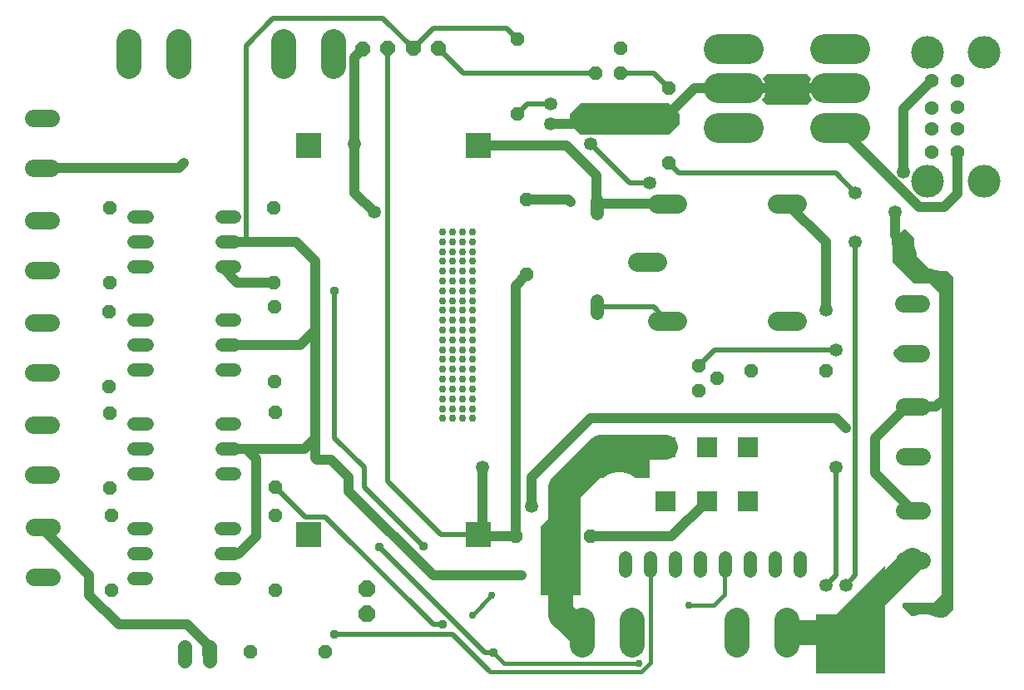
<source format=gbr>
G04 EAGLE Gerber X2 export*
%TF.Part,Single*%
%TF.FileFunction,Copper,L2,Bot,Mixed*%
%TF.FilePolarity,Positive*%
%TF.GenerationSoftware,Autodesk,EAGLE,8.7.0*%
%TF.CreationDate,2019-01-30T20:44:03Z*%
G75*
%MOMM*%
%FSLAX34Y34*%
%LPD*%
%AMOC8*
5,1,8,0,0,1.08239X$1,22.5*%
G01*
%ADD10P,1.632244X8X292.500000*%
%ADD11C,1.790700*%
%ADD12C,1.320800*%
%ADD13C,2.540000*%
%ADD14C,1.981200*%
%ADD15P,1.814519X8X112.500000*%
%ADD16R,2.100000X2.100000*%
%ADD17P,1.429621X8X112.500000*%
%ADD18P,1.429621X8X292.500000*%
%ADD19P,1.429621X8X22.500000*%
%ADD20C,3.009900*%
%ADD21C,3.327400*%
%ADD22C,1.428000*%
%ADD23C,1.422400*%
%ADD24R,2.500000X2.500000*%
%ADD25C,0.756400*%
%ADD26C,1.016000*%
%ADD27C,0.508000*%
%ADD28C,1.350000*%
%ADD29C,0.956400*%
%ADD30C,0.406400*%

G36*
X600050Y89631D02*
X600050Y89631D01*
X600101Y89633D01*
X600133Y89651D01*
X600169Y89659D01*
X600208Y89692D01*
X600253Y89716D01*
X600274Y89746D01*
X600302Y89769D01*
X600323Y89816D01*
X600353Y89858D01*
X600361Y89900D01*
X600373Y89928D01*
X600372Y89958D01*
X600380Y90000D01*
X600380Y189843D01*
X620158Y209620D01*
X622980Y209620D01*
X623054Y209637D01*
X623128Y209650D01*
X623139Y209657D01*
X623148Y209659D01*
X623177Y209683D01*
X623248Y209731D01*
X624051Y210534D01*
X629788Y213846D01*
X636187Y215561D01*
X642813Y215561D01*
X649212Y213846D01*
X654949Y210534D01*
X655752Y209731D01*
X655816Y209691D01*
X655878Y209647D01*
X655890Y209645D01*
X655899Y209640D01*
X655936Y209636D01*
X656020Y209620D01*
X670000Y209620D01*
X670050Y209631D01*
X670101Y209633D01*
X670133Y209651D01*
X670169Y209659D01*
X670208Y209692D01*
X670253Y209716D01*
X670274Y209746D01*
X670302Y209769D01*
X670323Y209816D01*
X670353Y209858D01*
X670361Y209900D01*
X670373Y209928D01*
X670372Y209958D01*
X670380Y210000D01*
X670380Y250000D01*
X670369Y250050D01*
X670367Y250101D01*
X670349Y250133D01*
X670341Y250169D01*
X670308Y250208D01*
X670284Y250253D01*
X670254Y250274D01*
X670231Y250302D01*
X670184Y250323D01*
X670142Y250353D01*
X670100Y250361D01*
X670072Y250373D01*
X670042Y250372D01*
X670000Y250380D01*
X630000Y250380D01*
X629942Y250367D01*
X629884Y250362D01*
X629855Y250346D01*
X629831Y250341D01*
X629804Y250318D01*
X629757Y250292D01*
X569757Y200292D01*
X569753Y200287D01*
X569747Y200284D01*
X569701Y200218D01*
X569652Y200154D01*
X569651Y200148D01*
X569647Y200142D01*
X569620Y200000D01*
X569620Y170158D01*
X559731Y160269D01*
X559691Y160204D01*
X559647Y160142D01*
X559645Y160130D01*
X559640Y160122D01*
X559636Y160085D01*
X559628Y160040D01*
X559627Y160038D01*
X559627Y160036D01*
X559620Y160000D01*
X559620Y90000D01*
X559631Y89950D01*
X559633Y89899D01*
X559651Y89867D01*
X559659Y89831D01*
X559692Y89792D01*
X559716Y89747D01*
X559746Y89726D01*
X559769Y89698D01*
X559816Y89677D01*
X559858Y89647D01*
X559900Y89639D01*
X559928Y89627D01*
X559958Y89628D01*
X560000Y89620D01*
X600000Y89620D01*
X600050Y89631D01*
G37*
G36*
X970164Y67475D02*
X970164Y67475D01*
X970328Y67482D01*
X970388Y67495D01*
X970449Y67501D01*
X970607Y67544D01*
X970768Y67580D01*
X970824Y67603D01*
X970883Y67619D01*
X971031Y67690D01*
X971183Y67753D01*
X971235Y67786D01*
X971290Y67813D01*
X971423Y67908D01*
X971561Y67998D01*
X971619Y68049D01*
X971656Y68075D01*
X971698Y68118D01*
X971796Y68204D01*
X979096Y75504D01*
X979201Y75631D01*
X979313Y75752D01*
X979345Y75803D01*
X979384Y75850D01*
X979466Y75993D01*
X979554Y76131D01*
X979578Y76188D01*
X979608Y76241D01*
X979663Y76396D01*
X979725Y76548D01*
X979738Y76608D01*
X979759Y76665D01*
X979785Y76827D01*
X979820Y76988D01*
X979825Y77065D01*
X979832Y77109D01*
X979831Y77170D01*
X979839Y77300D01*
X979839Y412700D01*
X979825Y412864D01*
X979818Y413028D01*
X979805Y413088D01*
X979799Y413148D01*
X979756Y413307D01*
X979720Y413468D01*
X979697Y413524D01*
X979681Y413583D01*
X979610Y413731D01*
X979547Y413883D01*
X979514Y413935D01*
X979487Y413989D01*
X979392Y414123D01*
X979302Y414261D01*
X979251Y414319D01*
X979225Y414356D01*
X979182Y414398D01*
X979096Y414496D01*
X974496Y419096D01*
X974369Y419201D01*
X974248Y419313D01*
X974197Y419345D01*
X974150Y419384D01*
X974007Y419466D01*
X973869Y419554D01*
X973812Y419578D01*
X973759Y419608D01*
X973604Y419663D01*
X973452Y419725D01*
X973392Y419738D01*
X973335Y419759D01*
X973173Y419785D01*
X973012Y419820D01*
X972935Y419825D01*
X972891Y419832D01*
X972830Y419831D01*
X972700Y419839D01*
X966029Y419839D01*
X958358Y421895D01*
X957831Y422199D01*
X957779Y422223D01*
X957730Y422254D01*
X957575Y422318D01*
X957423Y422389D01*
X957367Y422403D01*
X957314Y422425D01*
X957150Y422461D01*
X956987Y422503D01*
X956930Y422508D01*
X956873Y422520D01*
X956562Y422539D01*
X951052Y422539D01*
X942539Y431052D01*
X942539Y436562D01*
X942534Y436619D01*
X942537Y436677D01*
X942514Y436843D01*
X942499Y437010D01*
X942484Y437066D01*
X942476Y437123D01*
X942425Y437283D01*
X942381Y437444D01*
X942356Y437497D01*
X942338Y437552D01*
X942199Y437831D01*
X941895Y438358D01*
X939839Y446029D01*
X939839Y452700D01*
X939825Y452864D01*
X939818Y453028D01*
X939805Y453088D01*
X939799Y453148D01*
X939756Y453307D01*
X939720Y453468D01*
X939697Y453524D01*
X939681Y453583D01*
X939610Y453731D01*
X939547Y453883D01*
X939514Y453935D01*
X939487Y453989D01*
X939392Y454123D01*
X939302Y454261D01*
X939251Y454319D01*
X939225Y454356D01*
X939182Y454398D01*
X939096Y454496D01*
X931796Y461796D01*
X931769Y461818D01*
X931746Y461844D01*
X931597Y461961D01*
X931450Y462084D01*
X931420Y462102D01*
X931393Y462123D01*
X931225Y462213D01*
X931059Y462308D01*
X931027Y462319D01*
X930996Y462336D01*
X930815Y462395D01*
X930635Y462459D01*
X930601Y462464D01*
X930568Y462475D01*
X930379Y462501D01*
X930191Y462532D01*
X930156Y462532D01*
X930122Y462536D01*
X929931Y462529D01*
X929741Y462526D01*
X929706Y462519D01*
X929672Y462518D01*
X929486Y462477D01*
X929298Y462440D01*
X929266Y462428D01*
X929232Y462420D01*
X929056Y462347D01*
X928878Y462278D01*
X928849Y462260D01*
X928817Y462247D01*
X928657Y462143D01*
X928494Y462044D01*
X928468Y462021D01*
X928439Y462002D01*
X928204Y461796D01*
X918204Y451796D01*
X918099Y451669D01*
X917988Y451548D01*
X917955Y451497D01*
X917916Y451450D01*
X917834Y451307D01*
X917746Y451169D01*
X917722Y451112D01*
X917692Y451059D01*
X917637Y450904D01*
X917575Y450752D01*
X917562Y450692D01*
X917541Y450635D01*
X917515Y450473D01*
X917480Y450312D01*
X917475Y450235D01*
X917468Y450191D01*
X917469Y450130D01*
X917461Y450000D01*
X917461Y430000D01*
X917475Y429836D01*
X917482Y429672D01*
X917495Y429612D01*
X917501Y429552D01*
X917544Y429393D01*
X917580Y429232D01*
X917603Y429176D01*
X917619Y429117D01*
X917690Y428969D01*
X917753Y428817D01*
X917786Y428765D01*
X917813Y428711D01*
X917908Y428577D01*
X917998Y428439D01*
X918049Y428381D01*
X918075Y428344D01*
X918118Y428302D01*
X918204Y428204D01*
X938204Y408204D01*
X938331Y408099D01*
X938452Y407988D01*
X938503Y407955D01*
X938550Y407916D01*
X938693Y407834D01*
X938831Y407746D01*
X938888Y407722D01*
X938941Y407692D01*
X939096Y407637D01*
X939248Y407575D01*
X939308Y407562D01*
X939365Y407541D01*
X939527Y407515D01*
X939688Y407480D01*
X939765Y407475D01*
X939809Y407468D01*
X939870Y407469D01*
X940000Y407461D01*
X958948Y407461D01*
X967461Y398948D01*
X967461Y91052D01*
X958948Y82539D01*
X930000Y82539D01*
X929871Y82528D01*
X929741Y82526D01*
X929647Y82508D01*
X929552Y82499D01*
X929426Y82465D01*
X929298Y82440D01*
X929209Y82406D01*
X929117Y82381D01*
X929000Y82325D01*
X928878Y82278D01*
X928797Y82228D01*
X928711Y82187D01*
X928605Y82112D01*
X928494Y82044D01*
X928422Y81981D01*
X928344Y81925D01*
X928254Y81832D01*
X928156Y81746D01*
X928097Y81671D01*
X928030Y81603D01*
X927958Y81495D01*
X927877Y81393D01*
X927832Y81309D01*
X927778Y81230D01*
X927726Y81111D01*
X927664Y80996D01*
X927635Y80905D01*
X927596Y80818D01*
X927565Y80691D01*
X927525Y80568D01*
X927512Y80473D01*
X927489Y80380D01*
X927481Y80251D01*
X927464Y80122D01*
X927468Y80026D01*
X927462Y79931D01*
X927477Y79802D01*
X927482Y79672D01*
X927503Y79579D01*
X927514Y79484D01*
X927551Y79359D01*
X927580Y79232D01*
X927616Y79144D01*
X927644Y79053D01*
X927703Y78937D01*
X927753Y78817D01*
X927805Y78737D01*
X927848Y78651D01*
X927927Y78548D01*
X927998Y78439D01*
X928084Y78341D01*
X928120Y78293D01*
X928153Y78262D01*
X928204Y78204D01*
X937279Y69130D01*
X937314Y69101D01*
X937345Y69066D01*
X937486Y68957D01*
X937624Y68841D01*
X937664Y68819D01*
X937700Y68790D01*
X937859Y68707D01*
X938015Y68618D01*
X938058Y68603D01*
X938099Y68581D01*
X938270Y68527D01*
X938439Y68467D01*
X938485Y68460D01*
X938529Y68446D01*
X938707Y68423D01*
X938883Y68394D01*
X938929Y68394D01*
X938975Y68389D01*
X939154Y68398D01*
X939334Y68400D01*
X939379Y68409D01*
X939425Y68411D01*
X939731Y68473D01*
X946029Y70161D01*
X953971Y70161D01*
X961642Y68105D01*
X962169Y67801D01*
X962221Y67777D01*
X962270Y67746D01*
X962425Y67682D01*
X962577Y67611D01*
X962633Y67597D01*
X962686Y67575D01*
X962850Y67539D01*
X963013Y67497D01*
X963070Y67492D01*
X963127Y67480D01*
X963438Y67461D01*
X970000Y67461D01*
X970164Y67475D01*
G37*
G36*
X910050Y10172D02*
X910050Y10172D01*
X910101Y10174D01*
X910133Y10192D01*
X910169Y10200D01*
X910208Y10233D01*
X910253Y10257D01*
X910274Y10287D01*
X910302Y10310D01*
X910323Y10357D01*
X910353Y10399D01*
X910361Y10441D01*
X910373Y10469D01*
X910372Y10499D01*
X910380Y10541D01*
X910380Y120000D01*
X910374Y120025D01*
X910377Y120051D01*
X910355Y120109D01*
X910341Y120169D01*
X910324Y120189D01*
X910315Y120213D01*
X910270Y120255D01*
X910231Y120302D01*
X910207Y120313D01*
X910188Y120330D01*
X910129Y120348D01*
X910072Y120373D01*
X910047Y120372D01*
X910022Y120380D01*
X909961Y120369D01*
X909899Y120367D01*
X909877Y120354D01*
X909851Y120350D01*
X909780Y120302D01*
X909747Y120284D01*
X909741Y120276D01*
X909731Y120269D01*
X859843Y70380D01*
X840000Y70380D01*
X839950Y70369D01*
X839899Y70367D01*
X839867Y70349D01*
X839831Y70341D01*
X839792Y70308D01*
X839747Y70284D01*
X839726Y70254D01*
X839698Y70231D01*
X839677Y70184D01*
X839647Y70142D01*
X839639Y70100D01*
X839627Y70072D01*
X839628Y70042D01*
X839620Y70000D01*
X839620Y10541D01*
X839631Y10491D01*
X839633Y10440D01*
X839651Y10408D01*
X839659Y10372D01*
X839692Y10333D01*
X839716Y10288D01*
X839746Y10267D01*
X839769Y10239D01*
X839816Y10218D01*
X839858Y10188D01*
X839900Y10180D01*
X839928Y10168D01*
X839958Y10169D01*
X840000Y10161D01*
X910000Y10161D01*
X910050Y10172D01*
G37*
G36*
X690090Y559254D02*
X690090Y559254D01*
X690181Y559261D01*
X690211Y559273D01*
X690243Y559279D01*
X690323Y559321D01*
X690407Y559357D01*
X690439Y559383D01*
X690460Y559394D01*
X690482Y559417D01*
X690538Y559462D01*
X700538Y569462D01*
X700591Y569536D01*
X700651Y569605D01*
X700663Y569635D01*
X700682Y569661D01*
X700709Y569748D01*
X700743Y569833D01*
X700747Y569874D01*
X700754Y569897D01*
X700753Y569929D01*
X700761Y570000D01*
X700761Y580000D01*
X700747Y580090D01*
X700739Y580181D01*
X700727Y580211D01*
X700722Y580243D01*
X700679Y580323D01*
X700643Y580407D01*
X700617Y580439D01*
X700606Y580460D01*
X700583Y580482D01*
X700538Y580538D01*
X690538Y590538D01*
X690464Y590591D01*
X690395Y590651D01*
X690365Y590663D01*
X690339Y590682D01*
X690252Y590709D01*
X690167Y590743D01*
X690126Y590747D01*
X690103Y590754D01*
X690071Y590753D01*
X690000Y590761D01*
X600000Y590761D01*
X599910Y590747D01*
X599819Y590739D01*
X599789Y590727D01*
X599757Y590722D01*
X599677Y590679D01*
X599593Y590643D01*
X599561Y590617D01*
X599540Y590606D01*
X599518Y590583D01*
X599462Y590538D01*
X589462Y580538D01*
X589409Y580464D01*
X589349Y580395D01*
X589337Y580365D01*
X589318Y580339D01*
X589291Y580252D01*
X589257Y580167D01*
X589253Y580126D01*
X589246Y580103D01*
X589247Y580071D01*
X589239Y580000D01*
X589239Y570000D01*
X589254Y569910D01*
X589261Y569819D01*
X589273Y569789D01*
X589279Y569757D01*
X589321Y569677D01*
X589357Y569593D01*
X589383Y569561D01*
X589394Y569540D01*
X589417Y569518D01*
X589462Y569462D01*
X599462Y559462D01*
X599536Y559409D01*
X599605Y559349D01*
X599635Y559337D01*
X599661Y559318D01*
X599748Y559291D01*
X599833Y559257D01*
X599874Y559253D01*
X599897Y559246D01*
X599929Y559247D01*
X600000Y559239D01*
X690000Y559239D01*
X690090Y559254D01*
G37*
G36*
X830090Y589254D02*
X830090Y589254D01*
X830181Y589261D01*
X830211Y589273D01*
X830243Y589279D01*
X830323Y589321D01*
X830407Y589357D01*
X830439Y589383D01*
X830460Y589394D01*
X830482Y589417D01*
X830538Y589462D01*
X835402Y594326D01*
X835457Y594401D01*
X835517Y594473D01*
X835528Y594501D01*
X835546Y594525D01*
X835573Y594614D01*
X835608Y594701D01*
X835609Y594732D01*
X835618Y594760D01*
X835616Y594854D01*
X835621Y594947D01*
X835613Y594976D01*
X835612Y595006D01*
X835580Y595094D01*
X835555Y595184D01*
X835535Y595217D01*
X835527Y595237D01*
X835507Y595263D01*
X835468Y595327D01*
X834793Y596207D01*
X833640Y598203D01*
X832758Y600334D01*
X832161Y602561D01*
X831909Y604477D01*
X840000Y604477D01*
X840020Y604480D01*
X840039Y604478D01*
X840141Y604500D01*
X840243Y604517D01*
X840260Y604526D01*
X840280Y604530D01*
X840369Y604583D01*
X840460Y604632D01*
X840474Y604646D01*
X840491Y604656D01*
X840558Y604735D01*
X840630Y604810D01*
X840638Y604828D01*
X840651Y604843D01*
X840690Y604939D01*
X840733Y605033D01*
X840735Y605053D01*
X840743Y605071D01*
X840761Y605238D01*
X840761Y606762D01*
X840759Y606776D01*
X840760Y606787D01*
X840759Y606792D01*
X840760Y606801D01*
X840738Y606903D01*
X840722Y607005D01*
X840712Y607022D01*
X840708Y607042D01*
X840655Y607131D01*
X840606Y607222D01*
X840592Y607236D01*
X840582Y607253D01*
X840503Y607320D01*
X840428Y607391D01*
X840410Y607400D01*
X840395Y607413D01*
X840299Y607452D01*
X840205Y607495D01*
X840185Y607497D01*
X840167Y607505D01*
X840000Y607523D01*
X831909Y607523D01*
X832161Y609439D01*
X832758Y611666D01*
X833640Y613797D01*
X834681Y615598D01*
X834696Y615639D01*
X834720Y615676D01*
X834739Y615754D01*
X834767Y615828D01*
X834769Y615872D01*
X834780Y615915D01*
X834774Y615994D01*
X834777Y616074D01*
X834764Y616116D01*
X834761Y616160D01*
X834729Y616233D01*
X834707Y616310D01*
X834681Y616346D01*
X834664Y616386D01*
X834573Y616500D01*
X834565Y616511D01*
X834563Y616513D01*
X834560Y616517D01*
X830538Y620538D01*
X830464Y620591D01*
X830395Y620651D01*
X830365Y620663D01*
X830339Y620682D01*
X830252Y620709D01*
X830167Y620743D01*
X830126Y620747D01*
X830103Y620754D01*
X830071Y620753D01*
X830000Y620761D01*
X790000Y620761D01*
X789910Y620747D01*
X789819Y620739D01*
X789789Y620727D01*
X789757Y620722D01*
X789677Y620679D01*
X789593Y620643D01*
X789561Y620617D01*
X789540Y620606D01*
X789518Y620583D01*
X789462Y620538D01*
X785806Y616882D01*
X785751Y616806D01*
X785691Y616735D01*
X785680Y616707D01*
X785662Y616682D01*
X785635Y616593D01*
X785600Y616507D01*
X785599Y616476D01*
X785590Y616447D01*
X785592Y616354D01*
X785587Y616261D01*
X785595Y616232D01*
X785596Y616201D01*
X785628Y616114D01*
X785653Y616024D01*
X785673Y615991D01*
X785681Y615970D01*
X785701Y615945D01*
X785740Y615880D01*
X785807Y615793D01*
X786960Y613797D01*
X787842Y611666D01*
X788439Y609439D01*
X788691Y607523D01*
X780000Y607523D01*
X779980Y607520D01*
X779961Y607522D01*
X779859Y607500D01*
X779757Y607483D01*
X779740Y607474D01*
X779720Y607470D01*
X779631Y607417D01*
X779540Y607368D01*
X779526Y607354D01*
X779509Y607344D01*
X779442Y607265D01*
X779371Y607190D01*
X779362Y607172D01*
X779349Y607157D01*
X779310Y607061D01*
X779267Y606967D01*
X779265Y606947D01*
X779257Y606929D01*
X779239Y606762D01*
X779239Y605238D01*
X779242Y605218D01*
X779240Y605199D01*
X779262Y605097D01*
X779279Y604995D01*
X779288Y604978D01*
X779292Y604958D01*
X779345Y604869D01*
X779394Y604778D01*
X779408Y604764D01*
X779418Y604747D01*
X779497Y604680D01*
X779572Y604609D01*
X779590Y604600D01*
X779605Y604587D01*
X779701Y604548D01*
X779795Y604505D01*
X779815Y604503D01*
X779833Y604495D01*
X780000Y604477D01*
X788691Y604477D01*
X788439Y602561D01*
X787842Y600334D01*
X786960Y598203D01*
X785807Y596207D01*
X784872Y594988D01*
X784828Y594906D01*
X784777Y594827D01*
X784770Y594798D01*
X784755Y594771D01*
X784740Y594679D01*
X784717Y594589D01*
X784719Y594559D01*
X784714Y594529D01*
X784729Y594436D01*
X784736Y594343D01*
X784748Y594316D01*
X784753Y594286D01*
X784796Y594203D01*
X784832Y594117D01*
X784856Y594087D01*
X784867Y594068D01*
X784890Y594045D01*
X784937Y593986D01*
X789462Y589462D01*
X789536Y589409D01*
X789605Y589349D01*
X789635Y589337D01*
X789661Y589318D01*
X789749Y589291D01*
X789833Y589257D01*
X789874Y589253D01*
X789897Y589246D01*
X789929Y589247D01*
X790000Y589239D01*
X830000Y589239D01*
X830090Y589254D01*
G37*
D10*
X378456Y646532D03*
D11*
X929267Y125646D02*
X947174Y125646D01*
X947174Y176446D02*
X929267Y176446D01*
D10*
X429590Y646734D03*
X404026Y646684D03*
D11*
X928977Y336488D02*
X946884Y336488D01*
X946884Y387288D02*
X928977Y387288D01*
D12*
X617100Y478396D02*
X617100Y491604D01*
X617100Y390004D02*
X617100Y376796D01*
D11*
X61532Y159118D02*
X43625Y159118D01*
X43625Y108318D02*
X61532Y108318D01*
D13*
X601860Y64200D02*
X601860Y38800D01*
X810140Y38800D02*
X810140Y64200D01*
X759340Y64200D02*
X759340Y38800D01*
X652660Y38800D02*
X652660Y64200D01*
X140560Y628800D02*
X140560Y654200D01*
X348840Y654200D02*
X348840Y628800D01*
X298040Y628800D02*
X298040Y654200D01*
X191360Y654200D02*
X191360Y628800D01*
D10*
X455178Y646968D03*
D14*
X658144Y429400D02*
X677956Y429400D01*
X678464Y369710D02*
X698276Y369710D01*
X698276Y489090D02*
X678464Y489090D01*
X800384Y489090D02*
X820196Y489090D01*
X820196Y369710D02*
X800384Y369710D01*
D11*
X929621Y231086D02*
X947528Y231086D01*
X947528Y281886D02*
X929621Y281886D01*
D15*
X382900Y71400D03*
X382900Y96800D03*
D16*
X686500Y240800D03*
X728500Y240800D03*
X770500Y240800D03*
X770500Y185800D03*
X728500Y185800D03*
X686500Y185800D03*
D12*
X158780Y475056D02*
X145572Y475056D01*
X145572Y449656D02*
X158780Y449656D01*
X234980Y449656D02*
X248188Y449656D01*
X248188Y475056D02*
X234980Y475056D01*
X158780Y424256D02*
X145572Y424256D01*
X234980Y424256D02*
X248188Y424256D01*
X158976Y370286D02*
X145768Y370286D01*
X145768Y344886D02*
X158976Y344886D01*
X235176Y344886D02*
X248384Y344886D01*
X248384Y370286D02*
X235176Y370286D01*
X158976Y319486D02*
X145768Y319486D01*
X235176Y319486D02*
X248384Y319486D01*
X158722Y264274D02*
X145514Y264274D01*
X145514Y238874D02*
X158722Y238874D01*
X234922Y238874D02*
X248130Y238874D01*
X248130Y264274D02*
X234922Y264274D01*
X158722Y213474D02*
X145514Y213474D01*
X234922Y213474D02*
X248130Y213474D01*
X158628Y157754D02*
X145420Y157754D01*
X145420Y132354D02*
X158628Y132354D01*
X234828Y132354D02*
X248036Y132354D01*
X248036Y157754D02*
X234828Y157754D01*
X158628Y106954D02*
X145420Y106954D01*
X234828Y106954D02*
X248036Y106954D01*
D17*
X120696Y408178D03*
X120696Y484378D03*
D18*
X690048Y606200D03*
X690048Y530000D03*
D19*
X774166Y318126D03*
X850366Y318126D03*
X533800Y150000D03*
X610000Y150000D03*
D18*
X536000Y656200D03*
X536000Y580000D03*
D17*
X544950Y416450D03*
X544950Y492650D03*
D19*
X263800Y32000D03*
X340000Y32000D03*
D18*
X287576Y484632D03*
X287576Y408432D03*
D17*
X120188Y302514D03*
X120188Y378714D03*
D18*
X288338Y383540D03*
X288338Y307340D03*
D17*
X120696Y199390D03*
X120696Y275590D03*
D18*
X289608Y276098D03*
X289608Y199898D03*
D17*
X122728Y94996D03*
X122728Y171196D03*
D18*
X289284Y170846D03*
X289284Y94646D03*
D20*
X849451Y646132D02*
X879550Y646132D01*
X879550Y606000D02*
X849451Y606000D01*
X849451Y565868D02*
X879550Y565868D01*
X771150Y646132D02*
X741051Y646132D01*
X741051Y606000D02*
X771150Y606000D01*
X771150Y565868D02*
X741051Y565868D01*
D11*
X61278Y263258D02*
X43371Y263258D01*
X43371Y212458D02*
X61278Y212458D01*
X61058Y471554D02*
X43151Y471554D01*
X43151Y420754D02*
X61058Y420754D01*
X61058Y367444D02*
X43151Y367444D01*
X43151Y316644D02*
X61058Y316644D01*
D19*
X615600Y621700D03*
X641000Y621700D03*
X641000Y647100D03*
D21*
X953630Y511446D03*
X1010526Y511700D03*
X953630Y643018D03*
X1010526Y642764D03*
D22*
X983602Y565294D03*
X983602Y586630D03*
X957440Y565294D03*
X957440Y586376D03*
X983602Y613808D03*
X983602Y540910D03*
X957440Y613808D03*
X957440Y540910D03*
D23*
X197300Y37112D02*
X197300Y22888D01*
X222700Y22888D02*
X222700Y37112D01*
D11*
X60912Y575632D02*
X43005Y575632D01*
X43005Y524832D02*
X60912Y524832D01*
D24*
X496360Y548120D03*
X323640Y548120D03*
X323640Y151880D03*
X496360Y151880D03*
D18*
X720000Y297808D03*
X739050Y310508D03*
X720000Y323208D03*
D12*
X646070Y128082D02*
X646070Y114874D01*
X671470Y114874D02*
X671470Y128082D01*
X696870Y128082D02*
X696870Y114874D01*
X722270Y114874D02*
X722270Y128082D01*
X747670Y128082D02*
X747670Y114874D01*
X773070Y114874D02*
X773070Y128082D01*
X798470Y128082D02*
X798470Y114874D01*
X823870Y114874D02*
X823870Y128082D01*
D25*
X196447Y530000D03*
D26*
X191279Y524832D01*
X51958Y524832D01*
D27*
X480446Y621700D02*
X615600Y621700D01*
X480446Y621700D02*
X455178Y646968D01*
X736792Y340000D02*
X720000Y323208D01*
X736792Y340000D02*
X860000Y340000D01*
D28*
X860000Y340000D03*
D26*
X938574Y281886D02*
X961886Y281886D01*
X970000Y290000D01*
X970000Y400000D01*
D28*
X920000Y480000D03*
D26*
X921684Y454840D02*
X921684Y448316D01*
X921684Y454840D02*
X920000Y456524D01*
X920000Y480000D01*
X921684Y448316D02*
X970000Y400000D01*
D28*
X928719Y520534D03*
D26*
X928719Y585087D01*
X957440Y613808D01*
X900000Y214666D02*
X938220Y176446D01*
X900000Y214666D02*
X900000Y250000D01*
X931886Y281886D01*
X938574Y281886D01*
X100000Y110000D02*
X50000Y160000D01*
X100000Y110000D02*
X100000Y90000D01*
X130000Y60000D01*
X200000Y60000D01*
X220000Y40000D01*
X220000Y30000D01*
X222700Y30000D01*
X52578Y159118D02*
X50000Y160000D01*
D28*
X370000Y550000D03*
D26*
X496360Y548120D02*
X585482Y548120D01*
X615950Y517652D01*
X615950Y486150D01*
X617100Y485000D01*
X618890Y489090D02*
X688370Y489090D01*
X618890Y489090D02*
X615950Y486150D01*
D28*
X550000Y180814D03*
X390000Y480000D03*
D26*
X370000Y500000D01*
X370000Y550000D01*
X370000Y638076D01*
X378456Y646532D01*
X550000Y210000D02*
X550000Y180814D01*
X550000Y210000D02*
X610000Y270000D01*
X860000Y270000D01*
X870000Y260000D01*
D25*
X870000Y260000D03*
D26*
X260000Y449656D02*
X234980Y449656D01*
X260000Y449656D02*
X310344Y449656D01*
X330000Y430000D02*
X330000Y360000D01*
X330000Y250000D01*
X330000Y230000D01*
X332160Y227840D01*
X346326Y227840D01*
X364040Y210126D01*
X364040Y195960D01*
X330000Y430000D02*
X310344Y449656D01*
X314886Y344886D02*
X235176Y344886D01*
X314886Y344886D02*
X330000Y360000D01*
X260000Y238874D02*
X234922Y238874D01*
X260000Y238874D02*
X318874Y238874D01*
X330000Y250000D01*
D27*
X260000Y449656D02*
X260000Y650000D01*
X429590Y646734D02*
X450000Y667144D01*
X450000Y667300D01*
X524900Y667300D01*
X536000Y656200D01*
D26*
X252354Y132354D02*
X234828Y132354D01*
X252354Y132354D02*
X270000Y150000D01*
X270000Y228874D01*
X260000Y238874D01*
D27*
X287300Y677300D02*
X399024Y677300D01*
X429590Y646734D01*
X287300Y677300D02*
X260000Y650000D01*
D26*
X364040Y195960D02*
X450000Y110000D01*
X540000Y110000D01*
D25*
X540000Y110000D03*
D26*
X250804Y408432D02*
X234980Y424256D01*
X250804Y408432D02*
X287576Y408432D01*
D29*
X440000Y140000D03*
D27*
X380000Y200000D01*
D29*
X350000Y400000D03*
D27*
X380000Y220000D02*
X380000Y200000D01*
X380000Y220000D02*
X350000Y250000D01*
X350000Y400000D01*
D25*
X710000Y80000D03*
D30*
X735320Y80000D01*
X746506Y91186D01*
X746506Y120314D01*
X747670Y121478D01*
D29*
X394970Y138938D03*
D27*
X502653Y31255D01*
X511255Y31255D01*
D29*
X511255Y31255D03*
D30*
X522321Y20189D01*
X659811Y20189D01*
D25*
X659811Y20189D03*
D27*
X319606Y169900D02*
X289608Y199898D01*
X450000Y60000D02*
X460000Y60000D01*
D29*
X460000Y60000D03*
D27*
X340100Y169900D02*
X319606Y169900D01*
X340100Y169900D02*
X450000Y60000D01*
D25*
X510000Y90000D03*
D30*
X490000Y70000D01*
D25*
X490000Y70000D03*
D29*
X350000Y50000D03*
D27*
X470000Y50000D01*
X507300Y12700D01*
D30*
X507808Y12192D01*
X662192Y12192D02*
X671470Y21470D01*
X662192Y12192D02*
X507808Y12192D01*
X671470Y21470D02*
X671470Y121478D01*
D27*
X690048Y606200D02*
X674548Y621700D01*
X641000Y621700D01*
X617100Y383400D02*
X674680Y383400D01*
X688370Y369710D01*
X700048Y520000D02*
X690048Y530000D01*
X700048Y520000D02*
X860000Y520000D01*
X880000Y500000D01*
D28*
X880000Y500000D03*
X880000Y450000D03*
D27*
X880000Y110000D01*
X870000Y100000D01*
D28*
X870000Y100000D03*
D27*
X404026Y205974D02*
X404026Y646684D01*
X458120Y151880D02*
X496360Y151880D01*
X458120Y151880D02*
X404026Y205974D01*
X544250Y415750D02*
X544950Y416450D01*
D26*
X716000Y606000D02*
X756100Y606000D01*
X716000Y606000D02*
X680000Y570000D01*
X570000Y570000D01*
D28*
X570000Y570000D03*
X500000Y220000D03*
D26*
X500000Y155520D01*
X496360Y151880D01*
X756100Y606000D02*
X864500Y606000D01*
X496360Y151880D02*
X498240Y150000D01*
X533800Y150000D01*
X533800Y405300D01*
X544250Y415750D01*
X610000Y150000D02*
X692700Y150000D01*
X728500Y185800D01*
D28*
X860000Y220000D03*
D27*
X860000Y110000D01*
X850000Y100000D01*
D28*
X850000Y100000D03*
X670814Y510000D03*
D27*
X650000Y510000D01*
X610000Y550000D01*
D28*
X610000Y550000D03*
X570000Y590000D03*
D27*
X546000Y590000D01*
X536000Y580000D01*
D25*
X590000Y490000D03*
D26*
X587350Y492650D01*
X544950Y492650D01*
D13*
X810140Y51500D02*
X864074Y51500D01*
X938220Y125646D01*
X686500Y240800D02*
X620800Y240800D01*
X580000Y200000D01*
X580000Y70000D02*
X600000Y50000D01*
X580000Y70000D02*
X580000Y200000D01*
X583360Y70000D02*
X601860Y51500D01*
X583360Y70000D02*
X580000Y70000D01*
D26*
X923512Y336488D02*
X937930Y336488D01*
X850000Y449380D02*
X810290Y489090D01*
X850000Y449380D02*
X850000Y380000D01*
D28*
X850000Y380000D03*
D26*
X945128Y485240D02*
X864500Y565868D01*
X945128Y485240D02*
X970000Y485240D01*
X983602Y498842D01*
X983602Y540910D01*
D25*
X490000Y450000D03*
X480000Y450000D03*
X470000Y450000D03*
X470000Y440000D03*
X480000Y440000D03*
X490000Y440000D03*
X490000Y430000D03*
X480000Y430000D03*
X470000Y430000D03*
X460000Y430000D03*
X460000Y420000D03*
X470000Y420000D03*
X480000Y420000D03*
X490000Y420000D03*
X490000Y410000D03*
X480000Y410000D03*
X460000Y410000D03*
X470000Y410000D03*
X460000Y400000D03*
X470000Y400000D03*
X480000Y400000D03*
X490000Y400000D03*
X490000Y390000D03*
X470000Y390000D03*
X460000Y390000D03*
X480000Y390000D03*
X480000Y380000D03*
X470000Y380000D03*
X460000Y380000D03*
X490000Y380000D03*
X490000Y370000D03*
X480000Y370000D03*
X470000Y370000D03*
X460000Y370000D03*
X490000Y360000D03*
X480000Y360000D03*
X470000Y360000D03*
X460000Y360000D03*
X460000Y350000D03*
X470000Y350000D03*
X480000Y350000D03*
X490000Y350000D03*
X490000Y340000D03*
X480000Y340000D03*
X470000Y340000D03*
X460000Y340000D03*
X460000Y330000D03*
X470000Y330000D03*
X480000Y330000D03*
X490000Y330000D03*
X490000Y320000D03*
X480000Y320000D03*
X470000Y320000D03*
X460000Y320000D03*
X460000Y310000D03*
X470000Y310000D03*
X480000Y310000D03*
X490000Y310000D03*
X490000Y300000D03*
X480000Y300000D03*
X470000Y300000D03*
X460000Y300000D03*
X460000Y280000D03*
X460000Y290000D03*
X470000Y290000D03*
X470000Y280000D03*
X480000Y290000D03*
X480000Y280000D03*
X490000Y290000D03*
X490000Y280000D03*
X470000Y460000D03*
X480000Y460000D03*
X490000Y460000D03*
X460000Y270000D03*
X470000Y270000D03*
X480000Y270000D03*
X490000Y270000D03*
X460000Y460000D03*
X460000Y450000D03*
X460000Y440000D03*
M02*

</source>
